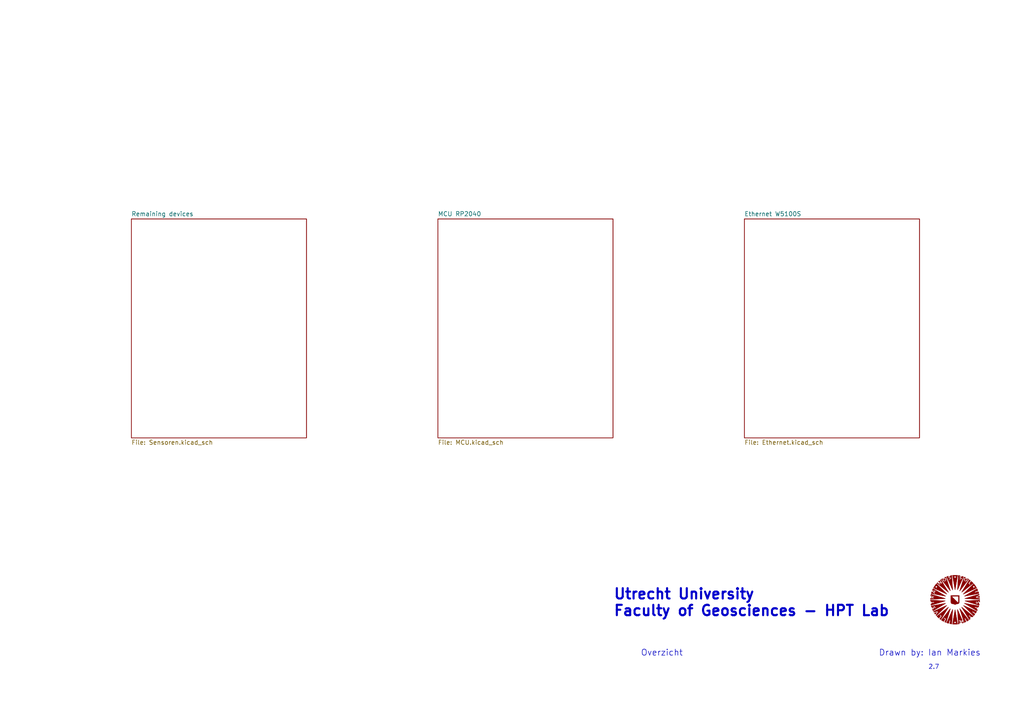
<source format=kicad_sch>
(kicad_sch (version 20211123) (generator eeschema)
  (paper "A4")
  (lib_symbols
    (symbol "HPT:LOGO" (pin_names (offset 1.016)))
  )
  (text "Overzicht" (at 198.12 190.5 180) (effects (font (size 1.75 1.75)) (justify right bottom)))
  (text "2.7" (at 269.24 194.31 0) (effects (font (size 1.27 1.27)) (justify left bottom)))
  (text "Utrecht University\nFaculty of Geosciences - HPT Lab" (at 177.8 179.07 0) (effects (font (size 3 3) (thickness 0.6) bold) (justify left bottom)))
  (text "Drawn by: Ian Markies" (at 284.48 190.5 180) (effects (font (size 1.75 1.75)) (justify right bottom)))
  (symbol (lib_id "HPT:LOGO") (at 276.86 173.99 0) (unit 1)
    (property "Reference" "#G1" (effects hide))
    (property "Value" "LOGO" (effects hide))
  )
  (sheet (at 127 63.5) (size 50.8 63.5) (stroke (width 0.1524))
    (property "Sheet name" "MCU RP2040" (at 127 62.7884 0) (effects (justify left bottom)))
    (property "Sheet file" "MCU.kicad_sch" (at 127 127.5846 0) (effects (justify left top)))
  )
  (sheet (at 215.9 63.5) (size 50.8 63.5) (stroke (width 0.1524))
    (property "Sheet name" "Ethernet W5100S" (at 215.9 62.7884 0) (effects (justify left bottom)))
    (property "Sheet file" "Ethernet.kicad_sch" (at 215.9 127.5846 0) (effects (justify left top)))
  )
  (sheet (at 38.1 63.5) (size 50.8 63.5) (stroke (width 0.1524))
    (property "Sheet name" "Remaining devices" (at 38.1 62.7884 0) (effects (justify left bottom)))
    (property "Sheet file" "Sensoren.kicad_sch" (at 38.1 127.5846 0) (effects (justify left top)))
  )
)
</source>
